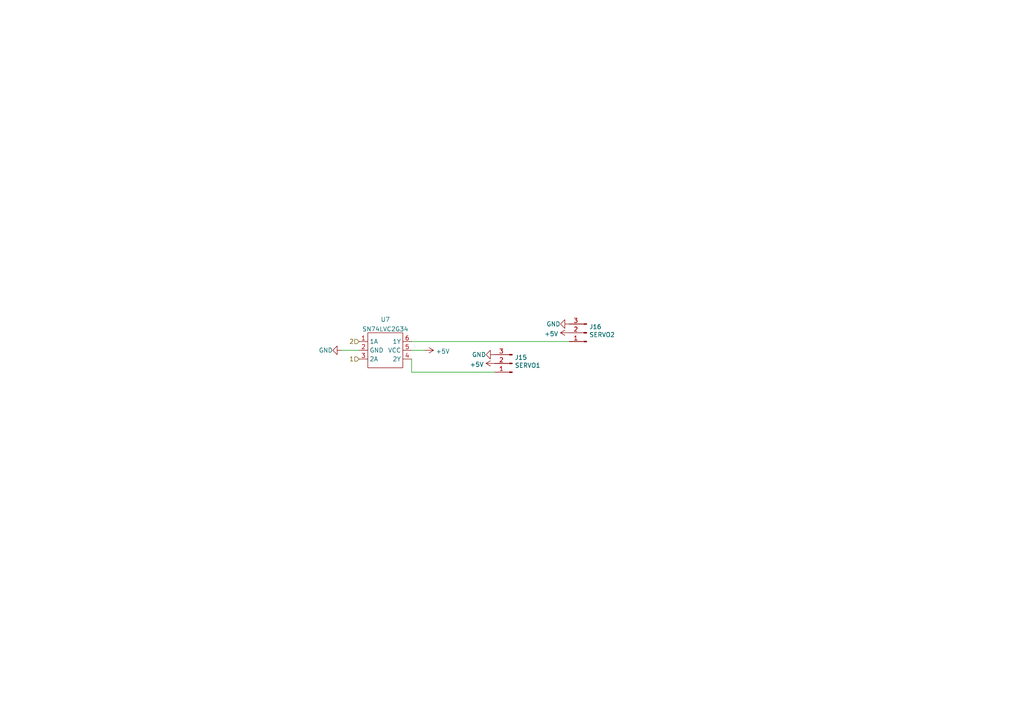
<source format=kicad_sch>
(kicad_sch (version 20230121) (generator eeschema)
  (paper "A4")
  (title_block (title "LumenPnP Motherboard") (date "2022-03-29") (company "Opulo"))
  (lib_symbols
    (symbol "Connector:Conn_01x03_Male" (pin_names (offset 1.016) hide)
      (property "Reference" "J" (at 0 5.08 0))
      (property "Value" "Conn_01x03_Male" (at 0 -5.08 0))
      (symbol "Conn_01x03_Male_1_1"
        (polyline (pts (xy 1.27 -2.54) (xy 0.8636 -2.54)) (stroke (width 0.1524)))
        (polyline (pts (xy 1.27 0) (xy 0.8636 0)) (stroke (width 0.1524)))
        (polyline (pts (xy 1.27 2.54) (xy 0.8636 2.54)) (stroke (width 0.1524)))
        (rectangle (start 0.8636 -2.413) (end 0 -2.667) (stroke (width 0.1524)) (fill (type outline)))
        (rectangle (start 0.8636 0.127) (end 0 -0.127) (stroke (width 0.1524)) (fill (type outline)))
        (rectangle (start 0.8636 2.667) (end 0 2.413) (stroke (width 0.1524)) (fill (type outline)))
        (pin passive line (at 5.08 2.54 180) (length 3.81) (name "Pin_1") (number "1"))
        (pin passive line (at 5.08 0 180) (length 3.81) (name "Pin_2") (number "2"))
        (pin passive line (at 5.08 -2.54 180) (length 3.81) (name "Pin_3") (number "3"))
      )
    )
    (symbol "index:SN74LVC2G34"
      (property "Reference" "U" (at 0 -3.81 0))
      (property "Value" "SN74LVC2G34" (at 0 -1.27 0))
      (symbol "SN74LVC2G34_0_1"
        (rectangle (start -5.08 10.16) (end 5.08 0))
      )
      (symbol "SN74LVC2G34_1_1"
        (pin passive line (at -7.62 7.62 0) (length 2.54) (name "1A") (number "1"))
        (pin passive line (at -7.62 5.08 0) (length 2.54) (name "GND") (number "2"))
        (pin passive line (at -7.62 2.54 0) (length 2.54) (name "2A") (number "3"))
        (pin passive line (at 7.62 2.54 180) (length 2.54) (name "2Y") (number "4"))
        (pin passive line (at 7.62 5.08 180) (length 2.54) (name "VCC") (number "5"))
        (pin passive line (at 7.62 7.62 180) (length 2.54) (name "1Y") (number "6"))
      )
    )
    (symbol "power:+5V" (power) (pin_names (offset 0))
      (property "Value" "+5V" (at 0 3.556 0))
      (symbol "+5V_0_1"
        (polyline (pts (xy -0.762 1.27) (xy 0 2.54)))
        (polyline (pts (xy 0 0) (xy 0 2.54)))
        (polyline (pts (xy 0 2.54) (xy 0.762 1.27)))
      )
      (symbol "+5V_1_1"
        (pin power_in line (at 0 0 90) (length 0) hide (name "+5V") (number "1"))
      )
    )
    (symbol "power:GND" (power) (pin_names (offset 0))
      (property "Value" "GND" (at 0 -3.81 0))
      (symbol "GND_0_1"
        (polyline (pts (xy 0 0) (xy 0 -1.27) (xy 1.27 -1.27) (xy 0 -2.54) (xy -1.27 -1.27) (xy 0 -1.27)))
      )
      (symbol "GND_1_1"
        (pin power_in line (at 0 0 270) (length 0) hide (name "GND") (number "1"))
      )
    )
  )
  (wire (pts (xy 119.38 101.6) (xy 123.19 101.6)))
  (wire (pts (xy 119.38 99.06) (xy 165.1 99.06)))
  (wire (pts (xy 119.38 107.95) (xy 119.38 104.14)))
  (wire (pts (xy 143.51 107.95) (xy 119.38 107.95)))
  (wire (pts (xy 99.06 101.6) (xy 104.14 101.6)))
  (hierarchical_label "1" (shape input) (at 104.14 104.14 180))
  (hierarchical_label "2" (shape input) (at 104.14 99.06 180))
  (symbol (lib_id "index:SN74LVC2G34") (at 111.76 106.68 0) (unit 1)
    (property "Reference" "U7" (at 111.76 92.6805 0))
    (property "Value" "SN74LVC2G34" (at 111.76 95.4556 0))
    (property "Footprint" "Package_TO_SOT_SMD:SOT-23-6" (effects hide))
    (property "Datasheet" "https://www.ti.com/cn/lit/ds/symlink/sn74lvc2g34.pdf?ts=1659406501708" (effects hide))
    (property "Digikey" "SN74LVC2G34DBVR" (effects hide))
  )
  (symbol (lib_id "power:GND") (at 143.51 102.87 270) (unit 1)
    (property "Reference" "#PWR0170" (effects hide))
    (property "Value" "GND" (at 140.97 102.87 90) (effects (justify right)))
  )
  (symbol (lib_id "power:GND") (at 99.06 101.6 270) (unit 1)
    (property "Reference" "#PWR0137" (effects hide))
    (property "Value" "GND" (at 96.52 101.6 90) (effects (justify right)))
  )
  (symbol (lib_id "power:+5V") (at 123.19 101.6 270) (unit 1)
    (property "Reference" "#PWR023" (effects hide))
    (property "Value" "+5V" (at 126.365 101.9168 90) (effects (justify left)))
  )
  (symbol (lib_id "power:+5V") (at 143.51 105.41 90) (unit 1)
    (property "Reference" "#PWR013" (effects hide))
    (property "Value" "+5V" (at 140.3351 105.7268 90) (effects (justify left)))
  )
  (symbol (lib_id "power:GND") (at 165.1 93.98 270) (unit 1)
    (property "Reference" "#PWR0172" (effects hide))
    (property "Value" "GND" (at 162.56 93.98 90) (effects (justify right)))
  )
  (symbol (lib_id "Connector:Conn_01x03_Male") (at 148.59 105.41 180) (unit 1)
    (property "Reference" "J15" (at 149.3012 103.6828 0) (effects (justify right)))
    (property "Value" "SERVO1" (at 149.3012 105.9942 0) (effects (justify right)))
    (property "Footprint" "Connector_JST:JST_PH_B3B-PH-SM4-TB_1x03-1MP_P2.00mm_Vertical" (effects hide))
    (property "LCSC" "C2316" (effects hide))
    (property "JLCPCB" "C2316" (effects hide))
    (property "Digikey" "455-2248-ND" (effects hide))
  )
  (symbol (lib_id "power:+5V") (at 165.1 96.52 90) (unit 1)
    (property "Reference" "#PWR05" (effects hide))
    (property "Value" "+5V" (at 161.9251 96.8368 90) (effects (justify left)))
  )
  (symbol (lib_id "Connector:Conn_01x03_Male") (at 170.18 96.52 180) (unit 1)
    (property "Reference" "J16" (at 170.8912 94.7928 0) (effects (justify right)))
    (property "Value" "SERVO2" (at 170.8912 97.1042 0) (effects (justify right)))
    (property "Footprint" "Connector_JST:JST_PH_B3B-PH-SM4-TB_1x03-1MP_P2.00mm_Vertical" (effects hide))
    (property "LCSC" "C2316" (effects hide))
    (property "JLCPCB" "C2316" (effects hide))
    (property "Digikey" "455-2248-ND" (effects hide))
  )
)
</source>
